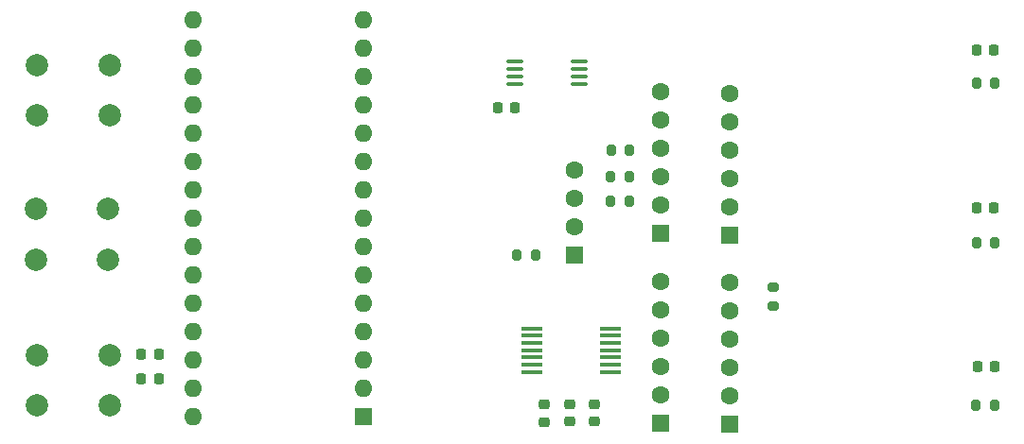
<source format=gbr>
%TF.GenerationSoftware,KiCad,Pcbnew,9.0.7*%
%TF.CreationDate,2026-01-06T19:32:14-08:00*%
%TF.ProjectId,v1.2,76312e32-2e6b-4696-9361-645f70636258,rev?*%
%TF.SameCoordinates,Original*%
%TF.FileFunction,Soldermask,Top*%
%TF.FilePolarity,Negative*%
%FSLAX46Y46*%
G04 Gerber Fmt 4.6, Leading zero omitted, Abs format (unit mm)*
G04 Created by KiCad (PCBNEW 9.0.7) date 2026-01-06 19:32:14*
%MOMM*%
%LPD*%
G01*
G04 APERTURE LIST*
G04 Aperture macros list*
%AMRoundRect*
0 Rectangle with rounded corners*
0 $1 Rounding radius*
0 $2 $3 $4 $5 $6 $7 $8 $9 X,Y pos of 4 corners*
0 Add a 4 corners polygon primitive as box body*
4,1,4,$2,$3,$4,$5,$6,$7,$8,$9,$2,$3,0*
0 Add four circle primitives for the rounded corners*
1,1,$1+$1,$2,$3*
1,1,$1+$1,$4,$5*
1,1,$1+$1,$6,$7*
1,1,$1+$1,$8,$9*
0 Add four rect primitives between the rounded corners*
20,1,$1+$1,$2,$3,$4,$5,0*
20,1,$1+$1,$4,$5,$6,$7,0*
20,1,$1+$1,$6,$7,$8,$9,0*
20,1,$1+$1,$8,$9,$2,$3,0*%
G04 Aperture macros list end*
%ADD10C,2.000000*%
%ADD11RoundRect,0.100000X0.850000X0.100000X-0.850000X0.100000X-0.850000X-0.100000X0.850000X-0.100000X0*%
%ADD12C,1.600000*%
%ADD13R,1.600000X1.600000*%
%ADD14RoundRect,0.225000X0.250000X-0.225000X0.250000X0.225000X-0.250000X0.225000X-0.250000X-0.225000X0*%
%ADD15RoundRect,0.200000X-0.200000X-0.275000X0.200000X-0.275000X0.200000X0.275000X-0.200000X0.275000X0*%
%ADD16RoundRect,0.200000X-0.275000X0.200000X-0.275000X-0.200000X0.275000X-0.200000X0.275000X0.200000X0*%
%ADD17RoundRect,0.225000X-0.225000X-0.250000X0.225000X-0.250000X0.225000X0.250000X-0.225000X0.250000X0*%
%ADD18RoundRect,0.225000X0.225000X0.250000X-0.225000X0.250000X-0.225000X-0.250000X0.225000X-0.250000X0*%
%ADD19RoundRect,0.100000X0.637500X0.100000X-0.637500X0.100000X-0.637500X-0.100000X0.637500X-0.100000X0*%
%ADD20RoundRect,0.200000X0.200000X0.275000X-0.200000X0.275000X-0.200000X-0.275000X0.200000X-0.275000X0*%
%ADD21O,1.600000X1.600000*%
G04 APERTURE END LIST*
D10*
%TO.C,SW3*%
X46600000Y-117700000D03*
X53100000Y-117700000D03*
X46600000Y-113200000D03*
X53100000Y-113200000D03*
%TD*%
%TO.C,SW2*%
X53000000Y-126100000D03*
X46500000Y-126100000D03*
X53000000Y-130600000D03*
X46500000Y-130600000D03*
%TD*%
%TO.C,SW1*%
X53100000Y-139200000D03*
X46600000Y-139200000D03*
X53100000Y-143700000D03*
X46600000Y-143700000D03*
%TD*%
D11*
%TO.C,U1*%
X97900000Y-140700000D03*
X97900000Y-140050000D03*
X97900000Y-139400000D03*
X97900000Y-138750000D03*
X97900000Y-138100000D03*
X97900000Y-137450000D03*
X97900000Y-136800000D03*
X90900000Y-136800000D03*
X90900000Y-137450000D03*
X90900000Y-138100000D03*
X90900000Y-138750000D03*
X90900000Y-139400000D03*
X90900000Y-140050000D03*
X90900000Y-140700000D03*
%TD*%
D12*
%TO.C,J1*%
X94700000Y-122600000D03*
X94700000Y-125140000D03*
X94700000Y-127680000D03*
D13*
X94700000Y-130220000D03*
%TD*%
%TO.C,J4*%
X102400000Y-145300000D03*
D12*
X102400000Y-142760000D03*
X102400000Y-137680000D03*
X102400000Y-140220000D03*
X102400000Y-135140000D03*
X102400000Y-132600000D03*
%TD*%
D13*
%TO.C,J3*%
X108600000Y-145400000D03*
D12*
X108600000Y-142860000D03*
X108600000Y-137780000D03*
X108600000Y-140320000D03*
X108600000Y-135240000D03*
X108600000Y-132700000D03*
%TD*%
D13*
%TO.C,J2*%
X102400000Y-128300000D03*
D12*
X102400000Y-125760000D03*
X102400000Y-123220000D03*
X102400000Y-120680000D03*
X102400000Y-118140000D03*
X102400000Y-115600000D03*
%TD*%
D14*
%TO.C,C5*%
X96500000Y-145150000D03*
X96500000Y-143600000D03*
%TD*%
D15*
%TO.C,R5*%
X130675000Y-114800000D03*
X132325000Y-114800000D03*
%TD*%
D13*
%TO.C,J5*%
X108600000Y-128400000D03*
D12*
X108600000Y-125860000D03*
X108600000Y-123320000D03*
X108600000Y-120780000D03*
X108600000Y-118240000D03*
X108600000Y-115700000D03*
%TD*%
D16*
%TO.C,R2*%
X112500000Y-133100000D03*
X112500000Y-134750000D03*
%TD*%
D14*
%TO.C,C4*%
X94300000Y-145150000D03*
X94300000Y-143600000D03*
%TD*%
D17*
%TO.C,C11*%
X130750000Y-140200000D03*
X132300000Y-140200000D03*
%TD*%
D18*
%TO.C,C12*%
X89400000Y-117000000D03*
X87850000Y-117000000D03*
%TD*%
D19*
%TO.C,U2*%
X95100000Y-114850000D03*
X95100000Y-114200000D03*
X95100000Y-113550000D03*
X95100000Y-112900000D03*
X89375000Y-112900000D03*
X89375000Y-113550000D03*
X89375000Y-114200000D03*
X89375000Y-114850000D03*
%TD*%
D17*
%TO.C,C8*%
X55950000Y-139100000D03*
X57500000Y-139100000D03*
%TD*%
D20*
%TO.C,R7*%
X99600000Y-123200000D03*
X97950000Y-123200000D03*
%TD*%
D17*
%TO.C,C9*%
X130700000Y-111800000D03*
X132250000Y-111800000D03*
%TD*%
D15*
%TO.C,R6*%
X130675000Y-129100000D03*
X132325000Y-129100000D03*
%TD*%
D17*
%TO.C,C10*%
X130700000Y-126000000D03*
X132250000Y-126000000D03*
%TD*%
D20*
%TO.C,R8*%
X99625000Y-120800000D03*
X97975000Y-120800000D03*
%TD*%
D13*
%TO.C,A1*%
X75840000Y-144660000D03*
D21*
X75840000Y-142120000D03*
X75840000Y-139580000D03*
X75840000Y-137040000D03*
X75840000Y-134500000D03*
X75840000Y-131960000D03*
X75840000Y-129420000D03*
X75840000Y-126880000D03*
X75840000Y-124340000D03*
X75840000Y-121800000D03*
X75840000Y-119260000D03*
X75840000Y-116720000D03*
X75840000Y-114180000D03*
X75840000Y-111640000D03*
X75840000Y-109100000D03*
X60600000Y-109100000D03*
X60600000Y-111640000D03*
X60600000Y-114180000D03*
X60600000Y-116720000D03*
X60600000Y-119260000D03*
X60600000Y-121800000D03*
X60600000Y-124340000D03*
X60600000Y-126880000D03*
X60600000Y-129420000D03*
X60600000Y-131960000D03*
X60600000Y-134500000D03*
X60600000Y-137040000D03*
X60600000Y-139580000D03*
X60600000Y-142120000D03*
X60600000Y-144660000D03*
%TD*%
D20*
%TO.C,R4*%
X132300000Y-143700000D03*
X130650000Y-143700000D03*
%TD*%
D15*
%TO.C,R3*%
X97950000Y-125400000D03*
X99600000Y-125400000D03*
%TD*%
D17*
%TO.C,C7*%
X55950000Y-141300000D03*
X57500000Y-141300000D03*
%TD*%
D15*
%TO.C,R1*%
X89550000Y-130200000D03*
X91200000Y-130200000D03*
%TD*%
D14*
%TO.C,C6*%
X92000000Y-145175000D03*
X92000000Y-143625000D03*
%TD*%
M02*

</source>
